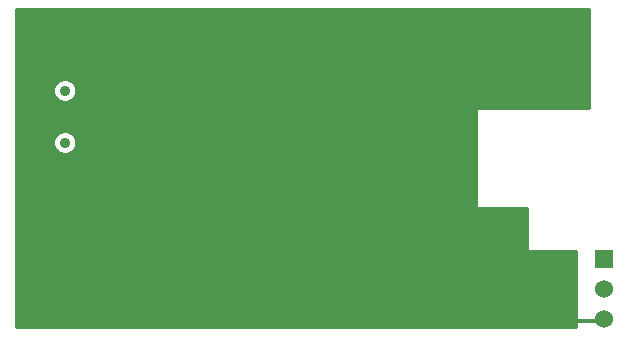
<source format=gbl>
G04 (created by PCBNEW (2013-feb-26)-stable) date Sat 30 Mar 2013 14:45:06 GMT*
%MOIN*%
G04 Gerber Fmt 3.4, Leading zero omitted, Abs format*
%FSLAX34Y34*%
G01*
G70*
G90*
G04 APERTURE LIST*
%ADD10C,2.3622e-06*%
%ADD11C,0.0354*%
%ADD12R,0.06X0.06*%
%ADD13C,0.06*%
%ADD14C,0.0551*%
%ADD15C,0.0118*%
%ADD16C,0.01*%
G04 APERTURE END LIST*
G54D10*
G54D11*
X19516Y-26384D03*
X19516Y-28116D03*
G54D12*
X37500Y-32000D03*
G54D13*
X37500Y-33000D03*
X37500Y-34000D03*
G54D14*
X34606Y-30590D03*
X29370Y-28779D03*
X30413Y-26673D03*
X30807Y-28051D03*
X32185Y-24114D03*
X22047Y-32972D03*
X26969Y-24016D03*
X36614Y-24409D03*
X28642Y-26673D03*
X32087Y-34055D03*
X32283Y-31890D03*
X28642Y-34055D03*
X28150Y-32087D03*
X28150Y-27657D03*
X35531Y-34055D03*
X21555Y-27854D03*
X23031Y-24902D03*
X35630Y-26575D03*
G54D15*
X33031Y-30787D02*
X30807Y-28562D01*
X34409Y-30787D02*
X33031Y-30787D01*
X34606Y-30590D02*
X34409Y-30787D01*
X30807Y-28562D02*
X30807Y-28051D01*
X30413Y-26673D02*
X30413Y-27657D01*
X30413Y-27657D02*
X30807Y-28051D01*
X35531Y-34055D02*
X32087Y-34055D01*
X32087Y-32086D02*
X32283Y-31890D01*
X35531Y-34055D02*
X37445Y-34055D01*
X37445Y-34055D02*
X37500Y-34000D01*
X32087Y-34055D02*
X32087Y-32086D01*
G54D10*
G36*
X36997Y-26957D02*
X33217Y-26957D01*
X33217Y-30286D01*
X34910Y-30286D01*
X34910Y-31742D01*
X36564Y-31742D01*
X36564Y-34265D01*
X19900Y-34265D01*
X19900Y-28039D01*
X19900Y-26307D01*
X19841Y-26166D01*
X19733Y-26058D01*
X19592Y-26000D01*
X19439Y-25999D01*
X19298Y-26058D01*
X19190Y-26166D01*
X19132Y-26307D01*
X19131Y-26460D01*
X19190Y-26601D01*
X19298Y-26709D01*
X19439Y-26767D01*
X19592Y-26768D01*
X19733Y-26709D01*
X19841Y-26601D01*
X19899Y-26460D01*
X19900Y-26307D01*
X19900Y-28039D01*
X19841Y-27898D01*
X19733Y-27790D01*
X19592Y-27732D01*
X19439Y-27731D01*
X19298Y-27790D01*
X19190Y-27898D01*
X19132Y-28039D01*
X19131Y-28192D01*
X19190Y-28333D01*
X19298Y-28441D01*
X19439Y-28499D01*
X19592Y-28500D01*
X19733Y-28441D01*
X19841Y-28333D01*
X19899Y-28192D01*
X19900Y-28039D01*
X19900Y-34265D01*
X17900Y-34265D01*
X17900Y-23672D01*
X36997Y-23672D01*
X36997Y-26957D01*
X36997Y-26957D01*
G37*
G54D16*
X36997Y-26957D02*
X33217Y-26957D01*
X33217Y-30286D01*
X34910Y-30286D01*
X34910Y-31742D01*
X36564Y-31742D01*
X36564Y-34265D01*
X19900Y-34265D01*
X19900Y-28039D01*
X19900Y-26307D01*
X19841Y-26166D01*
X19733Y-26058D01*
X19592Y-26000D01*
X19439Y-25999D01*
X19298Y-26058D01*
X19190Y-26166D01*
X19132Y-26307D01*
X19131Y-26460D01*
X19190Y-26601D01*
X19298Y-26709D01*
X19439Y-26767D01*
X19592Y-26768D01*
X19733Y-26709D01*
X19841Y-26601D01*
X19899Y-26460D01*
X19900Y-26307D01*
X19900Y-28039D01*
X19841Y-27898D01*
X19733Y-27790D01*
X19592Y-27732D01*
X19439Y-27731D01*
X19298Y-27790D01*
X19190Y-27898D01*
X19132Y-28039D01*
X19131Y-28192D01*
X19190Y-28333D01*
X19298Y-28441D01*
X19439Y-28499D01*
X19592Y-28500D01*
X19733Y-28441D01*
X19841Y-28333D01*
X19899Y-28192D01*
X19900Y-28039D01*
X19900Y-34265D01*
X17900Y-34265D01*
X17900Y-23672D01*
X36997Y-23672D01*
X36997Y-26957D01*
M02*

</source>
